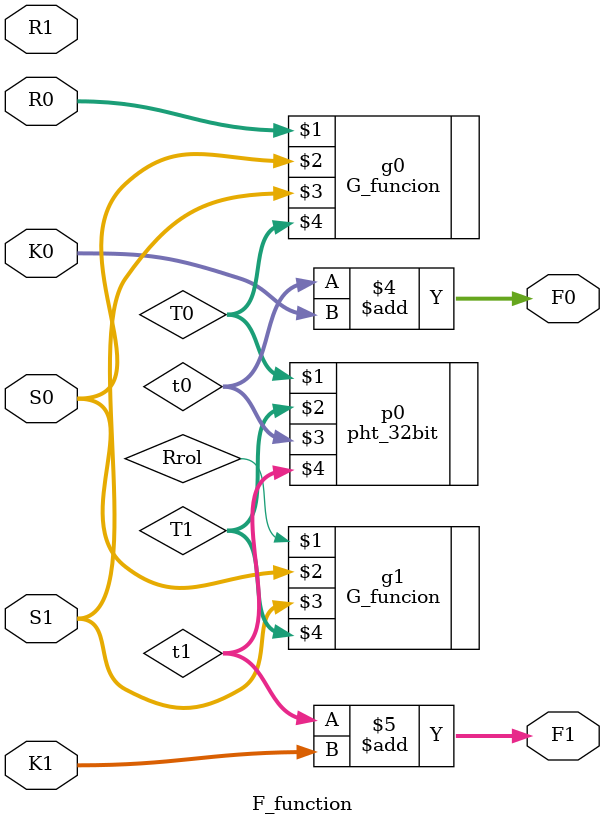
<source format=v>
`timescale 1ns / 1ps
module F_function(R0,R1,K0,K1,S0,S1,F0,F1);
    input [31:0] R0,R1,K0,K1,S0,S1;
    output [31:0] F0,F1;
    wire [31:0] rol,T0,T1,t0,t1;
    assign rol = (R1 << 8) | (R1 >> (32 - 8));
    G_funcion g0(R0,S0,S1,T0);
    G_funcion g1(Rrol,S0,S1,T1);
    pht_32bit p0(T0,T1,t0,t1);
    assign F0=t0+K0;
    assign F1=t1+K1;
endmodule

</source>
